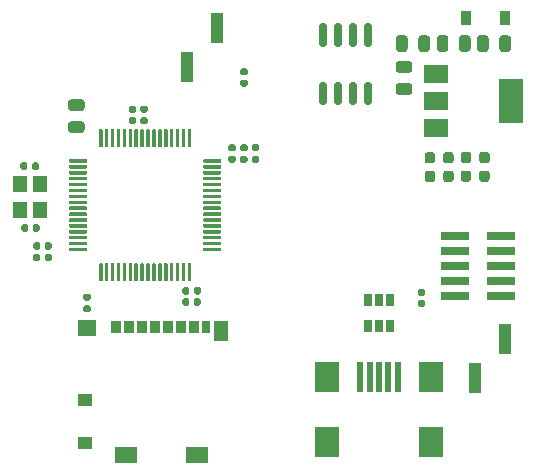
<source format=gbr>
G04 #@! TF.GenerationSoftware,KiCad,Pcbnew,5.1.6*
G04 #@! TF.CreationDate,2020-06-26T20:36:41-07:00*
G04 #@! TF.ProjectId,MegaBote,4d656761-426f-4746-952e-6b696361645f,rev?*
G04 #@! TF.SameCoordinates,Original*
G04 #@! TF.FileFunction,Paste,Top*
G04 #@! TF.FilePolarity,Positive*
%FSLAX46Y46*%
G04 Gerber Fmt 4.6, Leading zero omitted, Abs format (unit mm)*
G04 Created by KiCad (PCBNEW 5.1.6) date 2020-06-26 20:36:41*
%MOMM*%
%LPD*%
G01*
G04 APERTURE LIST*
%ADD10R,0.900000X1.200000*%
%ADD11R,1.200000X1.400000*%
%ADD12R,0.850000X1.100000*%
%ADD13R,0.750000X1.100000*%
%ADD14R,1.170000X1.800000*%
%ADD15R,1.550000X1.350000*%
%ADD16R,1.200000X1.000000*%
%ADD17R,1.900000X1.350000*%
%ADD18R,2.400000X0.740000*%
%ADD19R,2.000000X3.800000*%
%ADD20R,2.000000X1.500000*%
%ADD21R,0.650000X1.060000*%
%ADD22R,2.000000X2.500000*%
%ADD23R,0.500000X2.500000*%
%ADD24R,1.000000X2.510000*%
G04 APERTURE END LIST*
G36*
G01*
X203451400Y-99617850D02*
X203451400Y-98705350D01*
G75*
G02*
X203695150Y-98461600I243750J0D01*
G01*
X204182650Y-98461600D01*
G75*
G02*
X204426400Y-98705350I0J-243750D01*
G01*
X204426400Y-99617850D01*
G75*
G02*
X204182650Y-99861600I-243750J0D01*
G01*
X203695150Y-99861600D01*
G75*
G02*
X203451400Y-99617850I0J243750D01*
G01*
G37*
G36*
G01*
X205326400Y-99617850D02*
X205326400Y-98705350D01*
G75*
G02*
X205570150Y-98461600I243750J0D01*
G01*
X206057650Y-98461600D01*
G75*
G02*
X206301400Y-98705350I0J-243750D01*
G01*
X206301400Y-99617850D01*
G75*
G02*
X206057650Y-99861600I-243750J0D01*
G01*
X205570150Y-99861600D01*
G75*
G02*
X205326400Y-99617850I0J243750D01*
G01*
G37*
G36*
G01*
X190378300Y-108673400D02*
X190723300Y-108673400D01*
G75*
G02*
X190870800Y-108820900I0J-147500D01*
G01*
X190870800Y-109115900D01*
G75*
G02*
X190723300Y-109263400I-147500J0D01*
G01*
X190378300Y-109263400D01*
G75*
G02*
X190230800Y-109115900I0J147500D01*
G01*
X190230800Y-108820900D01*
G75*
G02*
X190378300Y-108673400I147500J0D01*
G01*
G37*
G36*
G01*
X190378300Y-107703400D02*
X190723300Y-107703400D01*
G75*
G02*
X190870800Y-107850900I0J-147500D01*
G01*
X190870800Y-108145900D01*
G75*
G02*
X190723300Y-108293400I-147500J0D01*
G01*
X190378300Y-108293400D01*
G75*
G02*
X190230800Y-108145900I0J147500D01*
G01*
X190230800Y-107850900D01*
G75*
G02*
X190378300Y-107703400I147500J0D01*
G01*
G37*
G36*
G01*
X203658150Y-100657600D02*
X204570650Y-100657600D01*
G75*
G02*
X204814400Y-100901350I0J-243750D01*
G01*
X204814400Y-101388850D01*
G75*
G02*
X204570650Y-101632600I-243750J0D01*
G01*
X203658150Y-101632600D01*
G75*
G02*
X203414400Y-101388850I0J243750D01*
G01*
X203414400Y-100901350D01*
G75*
G02*
X203658150Y-100657600I243750J0D01*
G01*
G37*
G36*
G01*
X203658150Y-102532600D02*
X204570650Y-102532600D01*
G75*
G02*
X204814400Y-102776350I0J-243750D01*
G01*
X204814400Y-103263850D01*
G75*
G02*
X204570650Y-103507600I-243750J0D01*
G01*
X203658150Y-103507600D01*
G75*
G02*
X203414400Y-103263850I0J243750D01*
G01*
X203414400Y-102776350D01*
G75*
G02*
X203658150Y-102532600I243750J0D01*
G01*
G37*
G36*
G01*
X175921350Y-105758400D02*
X176833850Y-105758400D01*
G75*
G02*
X177077600Y-106002150I0J-243750D01*
G01*
X177077600Y-106489650D01*
G75*
G02*
X176833850Y-106733400I-243750J0D01*
G01*
X175921350Y-106733400D01*
G75*
G02*
X175677600Y-106489650I0J243750D01*
G01*
X175677600Y-106002150D01*
G75*
G02*
X175921350Y-105758400I243750J0D01*
G01*
G37*
G36*
G01*
X175921350Y-103883400D02*
X176833850Y-103883400D01*
G75*
G02*
X177077600Y-104127150I0J-243750D01*
G01*
X177077600Y-104614650D01*
G75*
G02*
X176833850Y-104858400I-243750J0D01*
G01*
X175921350Y-104858400D01*
G75*
G02*
X175677600Y-104614650I0J243750D01*
G01*
X175677600Y-104127150D01*
G75*
G02*
X175921350Y-103883400I243750J0D01*
G01*
G37*
G36*
G01*
X177094100Y-120352600D02*
X177439100Y-120352600D01*
G75*
G02*
X177586600Y-120500100I0J-147500D01*
G01*
X177586600Y-120795100D01*
G75*
G02*
X177439100Y-120942600I-147500J0D01*
G01*
X177094100Y-120942600D01*
G75*
G02*
X176946600Y-120795100I0J147500D01*
G01*
X176946600Y-120500100D01*
G75*
G02*
X177094100Y-120352600I147500J0D01*
G01*
G37*
G36*
G01*
X177094100Y-121322600D02*
X177439100Y-121322600D01*
G75*
G02*
X177586600Y-121470100I0J-147500D01*
G01*
X177586600Y-121765100D01*
G75*
G02*
X177439100Y-121912600I-147500J0D01*
G01*
X177094100Y-121912600D01*
G75*
G02*
X176946600Y-121765100I0J147500D01*
G01*
X176946600Y-121470100D01*
G75*
G02*
X177094100Y-121322600I147500J0D01*
G01*
G37*
G36*
G01*
X191368900Y-108673400D02*
X191713900Y-108673400D01*
G75*
G02*
X191861400Y-108820900I0J-147500D01*
G01*
X191861400Y-109115900D01*
G75*
G02*
X191713900Y-109263400I-147500J0D01*
G01*
X191368900Y-109263400D01*
G75*
G02*
X191221400Y-109115900I0J147500D01*
G01*
X191221400Y-108820900D01*
G75*
G02*
X191368900Y-108673400I147500J0D01*
G01*
G37*
G36*
G01*
X191368900Y-107703400D02*
X191713900Y-107703400D01*
G75*
G02*
X191861400Y-107850900I0J-147500D01*
G01*
X191861400Y-108145900D01*
G75*
G02*
X191713900Y-108293400I-147500J0D01*
G01*
X191368900Y-108293400D01*
G75*
G02*
X191221400Y-108145900I0J147500D01*
G01*
X191221400Y-107850900D01*
G75*
G02*
X191368900Y-107703400I147500J0D01*
G01*
G37*
G36*
G01*
X189387700Y-108675801D02*
X189732700Y-108675801D01*
G75*
G02*
X189880200Y-108823301I0J-147500D01*
G01*
X189880200Y-109118301D01*
G75*
G02*
X189732700Y-109265801I-147500J0D01*
G01*
X189387700Y-109265801D01*
G75*
G02*
X189240200Y-109118301I0J147500D01*
G01*
X189240200Y-108823301D01*
G75*
G02*
X189387700Y-108675801I147500J0D01*
G01*
G37*
G36*
G01*
X189387700Y-107705801D02*
X189732700Y-107705801D01*
G75*
G02*
X189880200Y-107853301I0J-147500D01*
G01*
X189880200Y-108148301D01*
G75*
G02*
X189732700Y-108295801I-147500J0D01*
G01*
X189387700Y-108295801D01*
G75*
G02*
X189240200Y-108148301I0J147500D01*
G01*
X189240200Y-107853301D01*
G75*
G02*
X189387700Y-107705801I147500J0D01*
G01*
G37*
G36*
G01*
X173195200Y-109377700D02*
X173195200Y-109722700D01*
G75*
G02*
X173047700Y-109870200I-147500J0D01*
G01*
X172752700Y-109870200D01*
G75*
G02*
X172605200Y-109722700I0J147500D01*
G01*
X172605200Y-109377700D01*
G75*
G02*
X172752700Y-109230200I147500J0D01*
G01*
X173047700Y-109230200D01*
G75*
G02*
X173195200Y-109377700I0J-147500D01*
G01*
G37*
G36*
G01*
X172225200Y-109377700D02*
X172225200Y-109722700D01*
G75*
G02*
X172077700Y-109870200I-147500J0D01*
G01*
X171782700Y-109870200D01*
G75*
G02*
X171635200Y-109722700I0J147500D01*
G01*
X171635200Y-109377700D01*
G75*
G02*
X171782700Y-109230200I147500J0D01*
G01*
X172077700Y-109230200D01*
G75*
G02*
X172225200Y-109377700I0J-147500D01*
G01*
G37*
G36*
G01*
X186911200Y-119918700D02*
X186911200Y-120263700D01*
G75*
G02*
X186763700Y-120411200I-147500J0D01*
G01*
X186468700Y-120411200D01*
G75*
G02*
X186321200Y-120263700I0J147500D01*
G01*
X186321200Y-119918700D01*
G75*
G02*
X186468700Y-119771200I147500J0D01*
G01*
X186763700Y-119771200D01*
G75*
G02*
X186911200Y-119918700I0J-147500D01*
G01*
G37*
G36*
G01*
X185941200Y-119918700D02*
X185941200Y-120263700D01*
G75*
G02*
X185793700Y-120411200I-147500J0D01*
G01*
X185498700Y-120411200D01*
G75*
G02*
X185351200Y-120263700I0J147500D01*
G01*
X185351200Y-119918700D01*
G75*
G02*
X185498700Y-119771200I147500J0D01*
G01*
X185793700Y-119771200D01*
G75*
G02*
X185941200Y-119918700I0J-147500D01*
G01*
G37*
G36*
G01*
X171711400Y-114955100D02*
X171711400Y-114610100D01*
G75*
G02*
X171858900Y-114462600I147500J0D01*
G01*
X172153900Y-114462600D01*
G75*
G02*
X172301400Y-114610100I0J-147500D01*
G01*
X172301400Y-114955100D01*
G75*
G02*
X172153900Y-115102600I-147500J0D01*
G01*
X171858900Y-115102600D01*
G75*
G02*
X171711400Y-114955100I0J147500D01*
G01*
G37*
G36*
G01*
X172681400Y-114955100D02*
X172681400Y-114610100D01*
G75*
G02*
X172828900Y-114462600I147500J0D01*
G01*
X173123900Y-114462600D01*
G75*
G02*
X173271400Y-114610100I0J-147500D01*
G01*
X173271400Y-114955100D01*
G75*
G02*
X173123900Y-115102600I-147500J0D01*
G01*
X172828900Y-115102600D01*
G75*
G02*
X172681400Y-114955100I0J147500D01*
G01*
G37*
G36*
G01*
X205760100Y-121480800D02*
X205415100Y-121480800D01*
G75*
G02*
X205267600Y-121333300I0J147500D01*
G01*
X205267600Y-121038300D01*
G75*
G02*
X205415100Y-120890800I147500J0D01*
G01*
X205760100Y-120890800D01*
G75*
G02*
X205907600Y-121038300I0J-147500D01*
G01*
X205907600Y-121333300D01*
G75*
G02*
X205760100Y-121480800I-147500J0D01*
G01*
G37*
G36*
G01*
X205760100Y-120510800D02*
X205415100Y-120510800D01*
G75*
G02*
X205267600Y-120363300I0J147500D01*
G01*
X205267600Y-120068300D01*
G75*
G02*
X205415100Y-119920800I147500J0D01*
G01*
X205760100Y-119920800D01*
G75*
G02*
X205907600Y-120068300I0J-147500D01*
G01*
X205907600Y-120363300D01*
G75*
G02*
X205760100Y-120510800I-147500J0D01*
G01*
G37*
G36*
G01*
X185941200Y-120883900D02*
X185941200Y-121228900D01*
G75*
G02*
X185793700Y-121376400I-147500J0D01*
G01*
X185498700Y-121376400D01*
G75*
G02*
X185351200Y-121228900I0J147500D01*
G01*
X185351200Y-120883900D01*
G75*
G02*
X185498700Y-120736400I147500J0D01*
G01*
X185793700Y-120736400D01*
G75*
G02*
X185941200Y-120883900I0J-147500D01*
G01*
G37*
G36*
G01*
X186911200Y-120883900D02*
X186911200Y-121228900D01*
G75*
G02*
X186763700Y-121376400I-147500J0D01*
G01*
X186468700Y-121376400D01*
G75*
G02*
X186321200Y-121228900I0J147500D01*
G01*
X186321200Y-120883900D01*
G75*
G02*
X186468700Y-120736400I147500J0D01*
G01*
X186763700Y-120736400D01*
G75*
G02*
X186911200Y-120883900I0J-147500D01*
G01*
G37*
G36*
G01*
X174290000Y-116126100D02*
X174290000Y-116471100D01*
G75*
G02*
X174142500Y-116618600I-147500J0D01*
G01*
X173847500Y-116618600D01*
G75*
G02*
X173700000Y-116471100I0J147500D01*
G01*
X173700000Y-116126100D01*
G75*
G02*
X173847500Y-115978600I147500J0D01*
G01*
X174142500Y-115978600D01*
G75*
G02*
X174290000Y-116126100I0J-147500D01*
G01*
G37*
G36*
G01*
X173320000Y-116126100D02*
X173320000Y-116471100D01*
G75*
G02*
X173172500Y-116618600I-147500J0D01*
G01*
X172877500Y-116618600D01*
G75*
G02*
X172730000Y-116471100I0J147500D01*
G01*
X172730000Y-116126100D01*
G75*
G02*
X172877500Y-115978600I147500J0D01*
G01*
X173172500Y-115978600D01*
G75*
G02*
X173320000Y-116126100I0J-147500D01*
G01*
G37*
G36*
G01*
X173320000Y-117116700D02*
X173320000Y-117461700D01*
G75*
G02*
X173172500Y-117609200I-147500J0D01*
G01*
X172877500Y-117609200D01*
G75*
G02*
X172730000Y-117461700I0J147500D01*
G01*
X172730000Y-117116700D01*
G75*
G02*
X172877500Y-116969200I147500J0D01*
G01*
X173172500Y-116969200D01*
G75*
G02*
X173320000Y-117116700I0J-147500D01*
G01*
G37*
G36*
G01*
X174290000Y-117116700D02*
X174290000Y-117461700D01*
G75*
G02*
X174142500Y-117609200I-147500J0D01*
G01*
X173847500Y-117609200D01*
G75*
G02*
X173700000Y-117461700I0J147500D01*
G01*
X173700000Y-117116700D01*
G75*
G02*
X173847500Y-116969200I147500J0D01*
G01*
X174142500Y-116969200D01*
G75*
G02*
X174290000Y-117116700I0J-147500D01*
G01*
G37*
D10*
X212650000Y-97000000D03*
X209350000Y-97000000D03*
G36*
G01*
X208311200Y-108582750D02*
X208311200Y-109095250D01*
G75*
G02*
X208092450Y-109314000I-218750J0D01*
G01*
X207654950Y-109314000D01*
G75*
G02*
X207436200Y-109095250I0J218750D01*
G01*
X207436200Y-108582750D01*
G75*
G02*
X207654950Y-108364000I218750J0D01*
G01*
X208092450Y-108364000D01*
G75*
G02*
X208311200Y-108582750I0J-218750D01*
G01*
G37*
G36*
G01*
X206736200Y-108582750D02*
X206736200Y-109095250D01*
G75*
G02*
X206517450Y-109314000I-218750J0D01*
G01*
X206079950Y-109314000D01*
G75*
G02*
X205861200Y-109095250I0J218750D01*
G01*
X205861200Y-108582750D01*
G75*
G02*
X206079950Y-108364000I218750J0D01*
G01*
X206517450Y-108364000D01*
G75*
G02*
X206736200Y-108582750I0J-218750D01*
G01*
G37*
G36*
G01*
X206736200Y-110157550D02*
X206736200Y-110670050D01*
G75*
G02*
X206517450Y-110888800I-218750J0D01*
G01*
X206079950Y-110888800D01*
G75*
G02*
X205861200Y-110670050I0J218750D01*
G01*
X205861200Y-110157550D01*
G75*
G02*
X206079950Y-109938800I218750J0D01*
G01*
X206517450Y-109938800D01*
G75*
G02*
X206736200Y-110157550I0J-218750D01*
G01*
G37*
G36*
G01*
X208311200Y-110157550D02*
X208311200Y-110670050D01*
G75*
G02*
X208092450Y-110888800I-218750J0D01*
G01*
X207654950Y-110888800D01*
G75*
G02*
X207436200Y-110670050I0J218750D01*
G01*
X207436200Y-110157550D01*
G75*
G02*
X207654950Y-109938800I218750J0D01*
G01*
X208092450Y-109938800D01*
G75*
G02*
X208311200Y-110157550I0J-218750D01*
G01*
G37*
G36*
G01*
X213159400Y-98705350D02*
X213159400Y-99617850D01*
G75*
G02*
X212915650Y-99861600I-243750J0D01*
G01*
X212428150Y-99861600D01*
G75*
G02*
X212184400Y-99617850I0J243750D01*
G01*
X212184400Y-98705350D01*
G75*
G02*
X212428150Y-98461600I243750J0D01*
G01*
X212915650Y-98461600D01*
G75*
G02*
X213159400Y-98705350I0J-243750D01*
G01*
G37*
G36*
G01*
X211284400Y-98705350D02*
X211284400Y-99617850D01*
G75*
G02*
X211040650Y-99861600I-243750J0D01*
G01*
X210553150Y-99861600D01*
G75*
G02*
X210309400Y-99617850I0J243750D01*
G01*
X210309400Y-98705350D01*
G75*
G02*
X210553150Y-98461600I243750J0D01*
G01*
X211040650Y-98461600D01*
G75*
G02*
X211284400Y-98705350I0J-243750D01*
G01*
G37*
G36*
G01*
X206905800Y-99617850D02*
X206905800Y-98705350D01*
G75*
G02*
X207149550Y-98461600I243750J0D01*
G01*
X207637050Y-98461600D01*
G75*
G02*
X207880800Y-98705350I0J-243750D01*
G01*
X207880800Y-99617850D01*
G75*
G02*
X207637050Y-99861600I-243750J0D01*
G01*
X207149550Y-99861600D01*
G75*
G02*
X206905800Y-99617850I0J243750D01*
G01*
G37*
G36*
G01*
X208780800Y-99617850D02*
X208780800Y-98705350D01*
G75*
G02*
X209024550Y-98461600I243750J0D01*
G01*
X209512050Y-98461600D01*
G75*
G02*
X209755800Y-98705350I0J-243750D01*
G01*
X209755800Y-99617850D01*
G75*
G02*
X209512050Y-99861600I-243750J0D01*
G01*
X209024550Y-99861600D01*
G75*
G02*
X208780800Y-99617850I0J243750D01*
G01*
G37*
D11*
X171590600Y-111066400D03*
X171590600Y-113266400D03*
X173290600Y-113266400D03*
X173290600Y-111066400D03*
D12*
X179724200Y-123150200D03*
D13*
X187374200Y-123150200D03*
D12*
X180824200Y-123150200D03*
X181924200Y-123150200D03*
X183024200Y-123150200D03*
X184124200Y-123150200D03*
X185224200Y-123150200D03*
X186324200Y-123150200D03*
D14*
X188584200Y-123500200D03*
D15*
X177264200Y-123275200D03*
D16*
X177089200Y-133000200D03*
X177089200Y-129300200D03*
D17*
X180589200Y-133975200D03*
X186559200Y-133975200D03*
D18*
X208463600Y-115417600D03*
X212363600Y-115417600D03*
X208463600Y-116687600D03*
X212363600Y-116687600D03*
X208463600Y-117957600D03*
X212363600Y-117957600D03*
X208463600Y-119227600D03*
X212363600Y-119227600D03*
X208463600Y-120497600D03*
X212363600Y-120497600D03*
G36*
G01*
X182280340Y-105029500D02*
X181935340Y-105029500D01*
G75*
G02*
X181787840Y-104882000I0J147500D01*
G01*
X181787840Y-104587000D01*
G75*
G02*
X181935340Y-104439500I147500J0D01*
G01*
X182280340Y-104439500D01*
G75*
G02*
X182427840Y-104587000I0J-147500D01*
G01*
X182427840Y-104882000D01*
G75*
G02*
X182280340Y-105029500I-147500J0D01*
G01*
G37*
G36*
G01*
X182280340Y-105999500D02*
X181935340Y-105999500D01*
G75*
G02*
X181787840Y-105852000I0J147500D01*
G01*
X181787840Y-105557000D01*
G75*
G02*
X181935340Y-105409500I147500J0D01*
G01*
X182280340Y-105409500D01*
G75*
G02*
X182427840Y-105557000I0J-147500D01*
G01*
X182427840Y-105852000D01*
G75*
G02*
X182280340Y-105999500I-147500J0D01*
G01*
G37*
G36*
G01*
X190743620Y-102814340D02*
X190398620Y-102814340D01*
G75*
G02*
X190251120Y-102666840I0J147500D01*
G01*
X190251120Y-102371840D01*
G75*
G02*
X190398620Y-102224340I147500J0D01*
G01*
X190743620Y-102224340D01*
G75*
G02*
X190891120Y-102371840I0J-147500D01*
G01*
X190891120Y-102666840D01*
G75*
G02*
X190743620Y-102814340I-147500J0D01*
G01*
G37*
G36*
G01*
X190743620Y-101844340D02*
X190398620Y-101844340D01*
G75*
G02*
X190251120Y-101696840I0J147500D01*
G01*
X190251120Y-101401840D01*
G75*
G02*
X190398620Y-101254340I147500J0D01*
G01*
X190743620Y-101254340D01*
G75*
G02*
X190891120Y-101401840I0J-147500D01*
G01*
X190891120Y-101696840D01*
G75*
G02*
X190743620Y-101844340I-147500J0D01*
G01*
G37*
G36*
G01*
X208909200Y-109069850D02*
X208909200Y-108557350D01*
G75*
G02*
X209127950Y-108338600I218750J0D01*
G01*
X209565450Y-108338600D01*
G75*
G02*
X209784200Y-108557350I0J-218750D01*
G01*
X209784200Y-109069850D01*
G75*
G02*
X209565450Y-109288600I-218750J0D01*
G01*
X209127950Y-109288600D01*
G75*
G02*
X208909200Y-109069850I0J218750D01*
G01*
G37*
G36*
G01*
X210484200Y-109069850D02*
X210484200Y-108557350D01*
G75*
G02*
X210702950Y-108338600I218750J0D01*
G01*
X211140450Y-108338600D01*
G75*
G02*
X211359200Y-108557350I0J-218750D01*
G01*
X211359200Y-109069850D01*
G75*
G02*
X211140450Y-109288600I-218750J0D01*
G01*
X210702950Y-109288600D01*
G75*
G02*
X210484200Y-109069850I0J218750D01*
G01*
G37*
G36*
G01*
X181289740Y-105999500D02*
X180944740Y-105999500D01*
G75*
G02*
X180797240Y-105852000I0J147500D01*
G01*
X180797240Y-105557000D01*
G75*
G02*
X180944740Y-105409500I147500J0D01*
G01*
X181289740Y-105409500D01*
G75*
G02*
X181437240Y-105557000I0J-147500D01*
G01*
X181437240Y-105852000D01*
G75*
G02*
X181289740Y-105999500I-147500J0D01*
G01*
G37*
G36*
G01*
X181289740Y-105029500D02*
X180944740Y-105029500D01*
G75*
G02*
X180797240Y-104882000I0J147500D01*
G01*
X180797240Y-104587000D01*
G75*
G02*
X180944740Y-104439500I147500J0D01*
G01*
X181289740Y-104439500D01*
G75*
G02*
X181437240Y-104587000I0J-147500D01*
G01*
X181437240Y-104882000D01*
G75*
G02*
X181289740Y-105029500I-147500J0D01*
G01*
G37*
G36*
G01*
X210484200Y-110644650D02*
X210484200Y-110132150D01*
G75*
G02*
X210702950Y-109913400I218750J0D01*
G01*
X211140450Y-109913400D01*
G75*
G02*
X211359200Y-110132150I0J-218750D01*
G01*
X211359200Y-110644650D01*
G75*
G02*
X211140450Y-110863400I-218750J0D01*
G01*
X210702950Y-110863400D01*
G75*
G02*
X210484200Y-110644650I0J218750D01*
G01*
G37*
G36*
G01*
X208909200Y-110644650D02*
X208909200Y-110132150D01*
G75*
G02*
X209127950Y-109913400I218750J0D01*
G01*
X209565450Y-109913400D01*
G75*
G02*
X209784200Y-110132150I0J-218750D01*
G01*
X209784200Y-110644650D01*
G75*
G02*
X209565450Y-110863400I-218750J0D01*
G01*
X209127950Y-110863400D01*
G75*
G02*
X208909200Y-110644650I0J218750D01*
G01*
G37*
G36*
G01*
X197406400Y-104364200D02*
X197106400Y-104364200D01*
G75*
G02*
X196956400Y-104214200I0J150000D01*
G01*
X196956400Y-102564200D01*
G75*
G02*
X197106400Y-102414200I150000J0D01*
G01*
X197406400Y-102414200D01*
G75*
G02*
X197556400Y-102564200I0J-150000D01*
G01*
X197556400Y-104214200D01*
G75*
G02*
X197406400Y-104364200I-150000J0D01*
G01*
G37*
G36*
G01*
X198676400Y-104364200D02*
X198376400Y-104364200D01*
G75*
G02*
X198226400Y-104214200I0J150000D01*
G01*
X198226400Y-102564200D01*
G75*
G02*
X198376400Y-102414200I150000J0D01*
G01*
X198676400Y-102414200D01*
G75*
G02*
X198826400Y-102564200I0J-150000D01*
G01*
X198826400Y-104214200D01*
G75*
G02*
X198676400Y-104364200I-150000J0D01*
G01*
G37*
G36*
G01*
X199946400Y-104364200D02*
X199646400Y-104364200D01*
G75*
G02*
X199496400Y-104214200I0J150000D01*
G01*
X199496400Y-102564200D01*
G75*
G02*
X199646400Y-102414200I150000J0D01*
G01*
X199946400Y-102414200D01*
G75*
G02*
X200096400Y-102564200I0J-150000D01*
G01*
X200096400Y-104214200D01*
G75*
G02*
X199946400Y-104364200I-150000J0D01*
G01*
G37*
G36*
G01*
X201216400Y-104364200D02*
X200916400Y-104364200D01*
G75*
G02*
X200766400Y-104214200I0J150000D01*
G01*
X200766400Y-102564200D01*
G75*
G02*
X200916400Y-102414200I150000J0D01*
G01*
X201216400Y-102414200D01*
G75*
G02*
X201366400Y-102564200I0J-150000D01*
G01*
X201366400Y-104214200D01*
G75*
G02*
X201216400Y-104364200I-150000J0D01*
G01*
G37*
G36*
G01*
X201216400Y-99414200D02*
X200916400Y-99414200D01*
G75*
G02*
X200766400Y-99264200I0J150000D01*
G01*
X200766400Y-97614200D01*
G75*
G02*
X200916400Y-97464200I150000J0D01*
G01*
X201216400Y-97464200D01*
G75*
G02*
X201366400Y-97614200I0J-150000D01*
G01*
X201366400Y-99264200D01*
G75*
G02*
X201216400Y-99414200I-150000J0D01*
G01*
G37*
G36*
G01*
X199946400Y-99414200D02*
X199646400Y-99414200D01*
G75*
G02*
X199496400Y-99264200I0J150000D01*
G01*
X199496400Y-97614200D01*
G75*
G02*
X199646400Y-97464200I150000J0D01*
G01*
X199946400Y-97464200D01*
G75*
G02*
X200096400Y-97614200I0J-150000D01*
G01*
X200096400Y-99264200D01*
G75*
G02*
X199946400Y-99414200I-150000J0D01*
G01*
G37*
G36*
G01*
X198676400Y-99414200D02*
X198376400Y-99414200D01*
G75*
G02*
X198226400Y-99264200I0J150000D01*
G01*
X198226400Y-97614200D01*
G75*
G02*
X198376400Y-97464200I150000J0D01*
G01*
X198676400Y-97464200D01*
G75*
G02*
X198826400Y-97614200I0J-150000D01*
G01*
X198826400Y-99264200D01*
G75*
G02*
X198676400Y-99414200I-150000J0D01*
G01*
G37*
G36*
G01*
X197406400Y-99414200D02*
X197106400Y-99414200D01*
G75*
G02*
X196956400Y-99264200I0J150000D01*
G01*
X196956400Y-97614200D01*
G75*
G02*
X197106400Y-97464200I150000J0D01*
G01*
X197406400Y-97464200D01*
G75*
G02*
X197556400Y-97614200I0J-150000D01*
G01*
X197556400Y-99264200D01*
G75*
G02*
X197406400Y-99414200I-150000J0D01*
G01*
G37*
D19*
X213150000Y-104000000D03*
D20*
X206850000Y-104000000D03*
X206850000Y-106300000D03*
X206850000Y-101700000D03*
D21*
X202950000Y-120900000D03*
X202000000Y-120900000D03*
X201050000Y-120900000D03*
X201050000Y-123100000D03*
X202950000Y-123100000D03*
X202000000Y-123100000D03*
G36*
G01*
X175744200Y-109177200D02*
X175744200Y-109027200D01*
G75*
G02*
X175819200Y-108952200I75000J0D01*
G01*
X177219200Y-108952200D01*
G75*
G02*
X177294200Y-109027200I0J-75000D01*
G01*
X177294200Y-109177200D01*
G75*
G02*
X177219200Y-109252200I-75000J0D01*
G01*
X175819200Y-109252200D01*
G75*
G02*
X175744200Y-109177200I0J75000D01*
G01*
G37*
G36*
G01*
X175744200Y-109677200D02*
X175744200Y-109527200D01*
G75*
G02*
X175819200Y-109452200I75000J0D01*
G01*
X177219200Y-109452200D01*
G75*
G02*
X177294200Y-109527200I0J-75000D01*
G01*
X177294200Y-109677200D01*
G75*
G02*
X177219200Y-109752200I-75000J0D01*
G01*
X175819200Y-109752200D01*
G75*
G02*
X175744200Y-109677200I0J75000D01*
G01*
G37*
G36*
G01*
X175744200Y-110177200D02*
X175744200Y-110027200D01*
G75*
G02*
X175819200Y-109952200I75000J0D01*
G01*
X177219200Y-109952200D01*
G75*
G02*
X177294200Y-110027200I0J-75000D01*
G01*
X177294200Y-110177200D01*
G75*
G02*
X177219200Y-110252200I-75000J0D01*
G01*
X175819200Y-110252200D01*
G75*
G02*
X175744200Y-110177200I0J75000D01*
G01*
G37*
G36*
G01*
X175744200Y-110677200D02*
X175744200Y-110527200D01*
G75*
G02*
X175819200Y-110452200I75000J0D01*
G01*
X177219200Y-110452200D01*
G75*
G02*
X177294200Y-110527200I0J-75000D01*
G01*
X177294200Y-110677200D01*
G75*
G02*
X177219200Y-110752200I-75000J0D01*
G01*
X175819200Y-110752200D01*
G75*
G02*
X175744200Y-110677200I0J75000D01*
G01*
G37*
G36*
G01*
X175744200Y-111177200D02*
X175744200Y-111027200D01*
G75*
G02*
X175819200Y-110952200I75000J0D01*
G01*
X177219200Y-110952200D01*
G75*
G02*
X177294200Y-111027200I0J-75000D01*
G01*
X177294200Y-111177200D01*
G75*
G02*
X177219200Y-111252200I-75000J0D01*
G01*
X175819200Y-111252200D01*
G75*
G02*
X175744200Y-111177200I0J75000D01*
G01*
G37*
G36*
G01*
X175744200Y-111677200D02*
X175744200Y-111527200D01*
G75*
G02*
X175819200Y-111452200I75000J0D01*
G01*
X177219200Y-111452200D01*
G75*
G02*
X177294200Y-111527200I0J-75000D01*
G01*
X177294200Y-111677200D01*
G75*
G02*
X177219200Y-111752200I-75000J0D01*
G01*
X175819200Y-111752200D01*
G75*
G02*
X175744200Y-111677200I0J75000D01*
G01*
G37*
G36*
G01*
X175744200Y-112177200D02*
X175744200Y-112027200D01*
G75*
G02*
X175819200Y-111952200I75000J0D01*
G01*
X177219200Y-111952200D01*
G75*
G02*
X177294200Y-112027200I0J-75000D01*
G01*
X177294200Y-112177200D01*
G75*
G02*
X177219200Y-112252200I-75000J0D01*
G01*
X175819200Y-112252200D01*
G75*
G02*
X175744200Y-112177200I0J75000D01*
G01*
G37*
G36*
G01*
X175744200Y-112677200D02*
X175744200Y-112527200D01*
G75*
G02*
X175819200Y-112452200I75000J0D01*
G01*
X177219200Y-112452200D01*
G75*
G02*
X177294200Y-112527200I0J-75000D01*
G01*
X177294200Y-112677200D01*
G75*
G02*
X177219200Y-112752200I-75000J0D01*
G01*
X175819200Y-112752200D01*
G75*
G02*
X175744200Y-112677200I0J75000D01*
G01*
G37*
G36*
G01*
X175744200Y-113177200D02*
X175744200Y-113027200D01*
G75*
G02*
X175819200Y-112952200I75000J0D01*
G01*
X177219200Y-112952200D01*
G75*
G02*
X177294200Y-113027200I0J-75000D01*
G01*
X177294200Y-113177200D01*
G75*
G02*
X177219200Y-113252200I-75000J0D01*
G01*
X175819200Y-113252200D01*
G75*
G02*
X175744200Y-113177200I0J75000D01*
G01*
G37*
G36*
G01*
X175744200Y-113677200D02*
X175744200Y-113527200D01*
G75*
G02*
X175819200Y-113452200I75000J0D01*
G01*
X177219200Y-113452200D01*
G75*
G02*
X177294200Y-113527200I0J-75000D01*
G01*
X177294200Y-113677200D01*
G75*
G02*
X177219200Y-113752200I-75000J0D01*
G01*
X175819200Y-113752200D01*
G75*
G02*
X175744200Y-113677200I0J75000D01*
G01*
G37*
G36*
G01*
X175744200Y-114177200D02*
X175744200Y-114027200D01*
G75*
G02*
X175819200Y-113952200I75000J0D01*
G01*
X177219200Y-113952200D01*
G75*
G02*
X177294200Y-114027200I0J-75000D01*
G01*
X177294200Y-114177200D01*
G75*
G02*
X177219200Y-114252200I-75000J0D01*
G01*
X175819200Y-114252200D01*
G75*
G02*
X175744200Y-114177200I0J75000D01*
G01*
G37*
G36*
G01*
X175744200Y-114677200D02*
X175744200Y-114527200D01*
G75*
G02*
X175819200Y-114452200I75000J0D01*
G01*
X177219200Y-114452200D01*
G75*
G02*
X177294200Y-114527200I0J-75000D01*
G01*
X177294200Y-114677200D01*
G75*
G02*
X177219200Y-114752200I-75000J0D01*
G01*
X175819200Y-114752200D01*
G75*
G02*
X175744200Y-114677200I0J75000D01*
G01*
G37*
G36*
G01*
X175744200Y-115177200D02*
X175744200Y-115027200D01*
G75*
G02*
X175819200Y-114952200I75000J0D01*
G01*
X177219200Y-114952200D01*
G75*
G02*
X177294200Y-115027200I0J-75000D01*
G01*
X177294200Y-115177200D01*
G75*
G02*
X177219200Y-115252200I-75000J0D01*
G01*
X175819200Y-115252200D01*
G75*
G02*
X175744200Y-115177200I0J75000D01*
G01*
G37*
G36*
G01*
X175744200Y-115677200D02*
X175744200Y-115527200D01*
G75*
G02*
X175819200Y-115452200I75000J0D01*
G01*
X177219200Y-115452200D01*
G75*
G02*
X177294200Y-115527200I0J-75000D01*
G01*
X177294200Y-115677200D01*
G75*
G02*
X177219200Y-115752200I-75000J0D01*
G01*
X175819200Y-115752200D01*
G75*
G02*
X175744200Y-115677200I0J75000D01*
G01*
G37*
G36*
G01*
X175744200Y-116177200D02*
X175744200Y-116027200D01*
G75*
G02*
X175819200Y-115952200I75000J0D01*
G01*
X177219200Y-115952200D01*
G75*
G02*
X177294200Y-116027200I0J-75000D01*
G01*
X177294200Y-116177200D01*
G75*
G02*
X177219200Y-116252200I-75000J0D01*
G01*
X175819200Y-116252200D01*
G75*
G02*
X175744200Y-116177200I0J75000D01*
G01*
G37*
G36*
G01*
X175744200Y-116677200D02*
X175744200Y-116527200D01*
G75*
G02*
X175819200Y-116452200I75000J0D01*
G01*
X177219200Y-116452200D01*
G75*
G02*
X177294200Y-116527200I0J-75000D01*
G01*
X177294200Y-116677200D01*
G75*
G02*
X177219200Y-116752200I-75000J0D01*
G01*
X175819200Y-116752200D01*
G75*
G02*
X175744200Y-116677200I0J75000D01*
G01*
G37*
G36*
G01*
X178294200Y-119227200D02*
X178294200Y-117827200D01*
G75*
G02*
X178369200Y-117752200I75000J0D01*
G01*
X178519200Y-117752200D01*
G75*
G02*
X178594200Y-117827200I0J-75000D01*
G01*
X178594200Y-119227200D01*
G75*
G02*
X178519200Y-119302200I-75000J0D01*
G01*
X178369200Y-119302200D01*
G75*
G02*
X178294200Y-119227200I0J75000D01*
G01*
G37*
G36*
G01*
X178794200Y-119227200D02*
X178794200Y-117827200D01*
G75*
G02*
X178869200Y-117752200I75000J0D01*
G01*
X179019200Y-117752200D01*
G75*
G02*
X179094200Y-117827200I0J-75000D01*
G01*
X179094200Y-119227200D01*
G75*
G02*
X179019200Y-119302200I-75000J0D01*
G01*
X178869200Y-119302200D01*
G75*
G02*
X178794200Y-119227200I0J75000D01*
G01*
G37*
G36*
G01*
X179294200Y-119227200D02*
X179294200Y-117827200D01*
G75*
G02*
X179369200Y-117752200I75000J0D01*
G01*
X179519200Y-117752200D01*
G75*
G02*
X179594200Y-117827200I0J-75000D01*
G01*
X179594200Y-119227200D01*
G75*
G02*
X179519200Y-119302200I-75000J0D01*
G01*
X179369200Y-119302200D01*
G75*
G02*
X179294200Y-119227200I0J75000D01*
G01*
G37*
G36*
G01*
X179794200Y-119227200D02*
X179794200Y-117827200D01*
G75*
G02*
X179869200Y-117752200I75000J0D01*
G01*
X180019200Y-117752200D01*
G75*
G02*
X180094200Y-117827200I0J-75000D01*
G01*
X180094200Y-119227200D01*
G75*
G02*
X180019200Y-119302200I-75000J0D01*
G01*
X179869200Y-119302200D01*
G75*
G02*
X179794200Y-119227200I0J75000D01*
G01*
G37*
G36*
G01*
X180294200Y-119227200D02*
X180294200Y-117827200D01*
G75*
G02*
X180369200Y-117752200I75000J0D01*
G01*
X180519200Y-117752200D01*
G75*
G02*
X180594200Y-117827200I0J-75000D01*
G01*
X180594200Y-119227200D01*
G75*
G02*
X180519200Y-119302200I-75000J0D01*
G01*
X180369200Y-119302200D01*
G75*
G02*
X180294200Y-119227200I0J75000D01*
G01*
G37*
G36*
G01*
X180794200Y-119227200D02*
X180794200Y-117827200D01*
G75*
G02*
X180869200Y-117752200I75000J0D01*
G01*
X181019200Y-117752200D01*
G75*
G02*
X181094200Y-117827200I0J-75000D01*
G01*
X181094200Y-119227200D01*
G75*
G02*
X181019200Y-119302200I-75000J0D01*
G01*
X180869200Y-119302200D01*
G75*
G02*
X180794200Y-119227200I0J75000D01*
G01*
G37*
G36*
G01*
X181294200Y-119227200D02*
X181294200Y-117827200D01*
G75*
G02*
X181369200Y-117752200I75000J0D01*
G01*
X181519200Y-117752200D01*
G75*
G02*
X181594200Y-117827200I0J-75000D01*
G01*
X181594200Y-119227200D01*
G75*
G02*
X181519200Y-119302200I-75000J0D01*
G01*
X181369200Y-119302200D01*
G75*
G02*
X181294200Y-119227200I0J75000D01*
G01*
G37*
G36*
G01*
X181794200Y-119227200D02*
X181794200Y-117827200D01*
G75*
G02*
X181869200Y-117752200I75000J0D01*
G01*
X182019200Y-117752200D01*
G75*
G02*
X182094200Y-117827200I0J-75000D01*
G01*
X182094200Y-119227200D01*
G75*
G02*
X182019200Y-119302200I-75000J0D01*
G01*
X181869200Y-119302200D01*
G75*
G02*
X181794200Y-119227200I0J75000D01*
G01*
G37*
G36*
G01*
X182294200Y-119227200D02*
X182294200Y-117827200D01*
G75*
G02*
X182369200Y-117752200I75000J0D01*
G01*
X182519200Y-117752200D01*
G75*
G02*
X182594200Y-117827200I0J-75000D01*
G01*
X182594200Y-119227200D01*
G75*
G02*
X182519200Y-119302200I-75000J0D01*
G01*
X182369200Y-119302200D01*
G75*
G02*
X182294200Y-119227200I0J75000D01*
G01*
G37*
G36*
G01*
X182794200Y-119227200D02*
X182794200Y-117827200D01*
G75*
G02*
X182869200Y-117752200I75000J0D01*
G01*
X183019200Y-117752200D01*
G75*
G02*
X183094200Y-117827200I0J-75000D01*
G01*
X183094200Y-119227200D01*
G75*
G02*
X183019200Y-119302200I-75000J0D01*
G01*
X182869200Y-119302200D01*
G75*
G02*
X182794200Y-119227200I0J75000D01*
G01*
G37*
G36*
G01*
X183294200Y-119227200D02*
X183294200Y-117827200D01*
G75*
G02*
X183369200Y-117752200I75000J0D01*
G01*
X183519200Y-117752200D01*
G75*
G02*
X183594200Y-117827200I0J-75000D01*
G01*
X183594200Y-119227200D01*
G75*
G02*
X183519200Y-119302200I-75000J0D01*
G01*
X183369200Y-119302200D01*
G75*
G02*
X183294200Y-119227200I0J75000D01*
G01*
G37*
G36*
G01*
X183794200Y-119227200D02*
X183794200Y-117827200D01*
G75*
G02*
X183869200Y-117752200I75000J0D01*
G01*
X184019200Y-117752200D01*
G75*
G02*
X184094200Y-117827200I0J-75000D01*
G01*
X184094200Y-119227200D01*
G75*
G02*
X184019200Y-119302200I-75000J0D01*
G01*
X183869200Y-119302200D01*
G75*
G02*
X183794200Y-119227200I0J75000D01*
G01*
G37*
G36*
G01*
X184294200Y-119227200D02*
X184294200Y-117827200D01*
G75*
G02*
X184369200Y-117752200I75000J0D01*
G01*
X184519200Y-117752200D01*
G75*
G02*
X184594200Y-117827200I0J-75000D01*
G01*
X184594200Y-119227200D01*
G75*
G02*
X184519200Y-119302200I-75000J0D01*
G01*
X184369200Y-119302200D01*
G75*
G02*
X184294200Y-119227200I0J75000D01*
G01*
G37*
G36*
G01*
X184794200Y-119227200D02*
X184794200Y-117827200D01*
G75*
G02*
X184869200Y-117752200I75000J0D01*
G01*
X185019200Y-117752200D01*
G75*
G02*
X185094200Y-117827200I0J-75000D01*
G01*
X185094200Y-119227200D01*
G75*
G02*
X185019200Y-119302200I-75000J0D01*
G01*
X184869200Y-119302200D01*
G75*
G02*
X184794200Y-119227200I0J75000D01*
G01*
G37*
G36*
G01*
X185294200Y-119227200D02*
X185294200Y-117827200D01*
G75*
G02*
X185369200Y-117752200I75000J0D01*
G01*
X185519200Y-117752200D01*
G75*
G02*
X185594200Y-117827200I0J-75000D01*
G01*
X185594200Y-119227200D01*
G75*
G02*
X185519200Y-119302200I-75000J0D01*
G01*
X185369200Y-119302200D01*
G75*
G02*
X185294200Y-119227200I0J75000D01*
G01*
G37*
G36*
G01*
X185794200Y-119227200D02*
X185794200Y-117827200D01*
G75*
G02*
X185869200Y-117752200I75000J0D01*
G01*
X186019200Y-117752200D01*
G75*
G02*
X186094200Y-117827200I0J-75000D01*
G01*
X186094200Y-119227200D01*
G75*
G02*
X186019200Y-119302200I-75000J0D01*
G01*
X185869200Y-119302200D01*
G75*
G02*
X185794200Y-119227200I0J75000D01*
G01*
G37*
G36*
G01*
X187094200Y-116677200D02*
X187094200Y-116527200D01*
G75*
G02*
X187169200Y-116452200I75000J0D01*
G01*
X188569200Y-116452200D01*
G75*
G02*
X188644200Y-116527200I0J-75000D01*
G01*
X188644200Y-116677200D01*
G75*
G02*
X188569200Y-116752200I-75000J0D01*
G01*
X187169200Y-116752200D01*
G75*
G02*
X187094200Y-116677200I0J75000D01*
G01*
G37*
G36*
G01*
X187094200Y-116177200D02*
X187094200Y-116027200D01*
G75*
G02*
X187169200Y-115952200I75000J0D01*
G01*
X188569200Y-115952200D01*
G75*
G02*
X188644200Y-116027200I0J-75000D01*
G01*
X188644200Y-116177200D01*
G75*
G02*
X188569200Y-116252200I-75000J0D01*
G01*
X187169200Y-116252200D01*
G75*
G02*
X187094200Y-116177200I0J75000D01*
G01*
G37*
G36*
G01*
X187094200Y-115677200D02*
X187094200Y-115527200D01*
G75*
G02*
X187169200Y-115452200I75000J0D01*
G01*
X188569200Y-115452200D01*
G75*
G02*
X188644200Y-115527200I0J-75000D01*
G01*
X188644200Y-115677200D01*
G75*
G02*
X188569200Y-115752200I-75000J0D01*
G01*
X187169200Y-115752200D01*
G75*
G02*
X187094200Y-115677200I0J75000D01*
G01*
G37*
G36*
G01*
X187094200Y-115177200D02*
X187094200Y-115027200D01*
G75*
G02*
X187169200Y-114952200I75000J0D01*
G01*
X188569200Y-114952200D01*
G75*
G02*
X188644200Y-115027200I0J-75000D01*
G01*
X188644200Y-115177200D01*
G75*
G02*
X188569200Y-115252200I-75000J0D01*
G01*
X187169200Y-115252200D01*
G75*
G02*
X187094200Y-115177200I0J75000D01*
G01*
G37*
G36*
G01*
X187094200Y-114677200D02*
X187094200Y-114527200D01*
G75*
G02*
X187169200Y-114452200I75000J0D01*
G01*
X188569200Y-114452200D01*
G75*
G02*
X188644200Y-114527200I0J-75000D01*
G01*
X188644200Y-114677200D01*
G75*
G02*
X188569200Y-114752200I-75000J0D01*
G01*
X187169200Y-114752200D01*
G75*
G02*
X187094200Y-114677200I0J75000D01*
G01*
G37*
G36*
G01*
X187094200Y-114177200D02*
X187094200Y-114027200D01*
G75*
G02*
X187169200Y-113952200I75000J0D01*
G01*
X188569200Y-113952200D01*
G75*
G02*
X188644200Y-114027200I0J-75000D01*
G01*
X188644200Y-114177200D01*
G75*
G02*
X188569200Y-114252200I-75000J0D01*
G01*
X187169200Y-114252200D01*
G75*
G02*
X187094200Y-114177200I0J75000D01*
G01*
G37*
G36*
G01*
X187094200Y-113677200D02*
X187094200Y-113527200D01*
G75*
G02*
X187169200Y-113452200I75000J0D01*
G01*
X188569200Y-113452200D01*
G75*
G02*
X188644200Y-113527200I0J-75000D01*
G01*
X188644200Y-113677200D01*
G75*
G02*
X188569200Y-113752200I-75000J0D01*
G01*
X187169200Y-113752200D01*
G75*
G02*
X187094200Y-113677200I0J75000D01*
G01*
G37*
G36*
G01*
X187094200Y-113177200D02*
X187094200Y-113027200D01*
G75*
G02*
X187169200Y-112952200I75000J0D01*
G01*
X188569200Y-112952200D01*
G75*
G02*
X188644200Y-113027200I0J-75000D01*
G01*
X188644200Y-113177200D01*
G75*
G02*
X188569200Y-113252200I-75000J0D01*
G01*
X187169200Y-113252200D01*
G75*
G02*
X187094200Y-113177200I0J75000D01*
G01*
G37*
G36*
G01*
X187094200Y-112677200D02*
X187094200Y-112527200D01*
G75*
G02*
X187169200Y-112452200I75000J0D01*
G01*
X188569200Y-112452200D01*
G75*
G02*
X188644200Y-112527200I0J-75000D01*
G01*
X188644200Y-112677200D01*
G75*
G02*
X188569200Y-112752200I-75000J0D01*
G01*
X187169200Y-112752200D01*
G75*
G02*
X187094200Y-112677200I0J75000D01*
G01*
G37*
G36*
G01*
X187094200Y-112177200D02*
X187094200Y-112027200D01*
G75*
G02*
X187169200Y-111952200I75000J0D01*
G01*
X188569200Y-111952200D01*
G75*
G02*
X188644200Y-112027200I0J-75000D01*
G01*
X188644200Y-112177200D01*
G75*
G02*
X188569200Y-112252200I-75000J0D01*
G01*
X187169200Y-112252200D01*
G75*
G02*
X187094200Y-112177200I0J75000D01*
G01*
G37*
G36*
G01*
X187094200Y-111677200D02*
X187094200Y-111527200D01*
G75*
G02*
X187169200Y-111452200I75000J0D01*
G01*
X188569200Y-111452200D01*
G75*
G02*
X188644200Y-111527200I0J-75000D01*
G01*
X188644200Y-111677200D01*
G75*
G02*
X188569200Y-111752200I-75000J0D01*
G01*
X187169200Y-111752200D01*
G75*
G02*
X187094200Y-111677200I0J75000D01*
G01*
G37*
G36*
G01*
X187094200Y-111177200D02*
X187094200Y-111027200D01*
G75*
G02*
X187169200Y-110952200I75000J0D01*
G01*
X188569200Y-110952200D01*
G75*
G02*
X188644200Y-111027200I0J-75000D01*
G01*
X188644200Y-111177200D01*
G75*
G02*
X188569200Y-111252200I-75000J0D01*
G01*
X187169200Y-111252200D01*
G75*
G02*
X187094200Y-111177200I0J75000D01*
G01*
G37*
G36*
G01*
X187094200Y-110677200D02*
X187094200Y-110527200D01*
G75*
G02*
X187169200Y-110452200I75000J0D01*
G01*
X188569200Y-110452200D01*
G75*
G02*
X188644200Y-110527200I0J-75000D01*
G01*
X188644200Y-110677200D01*
G75*
G02*
X188569200Y-110752200I-75000J0D01*
G01*
X187169200Y-110752200D01*
G75*
G02*
X187094200Y-110677200I0J75000D01*
G01*
G37*
G36*
G01*
X187094200Y-110177200D02*
X187094200Y-110027200D01*
G75*
G02*
X187169200Y-109952200I75000J0D01*
G01*
X188569200Y-109952200D01*
G75*
G02*
X188644200Y-110027200I0J-75000D01*
G01*
X188644200Y-110177200D01*
G75*
G02*
X188569200Y-110252200I-75000J0D01*
G01*
X187169200Y-110252200D01*
G75*
G02*
X187094200Y-110177200I0J75000D01*
G01*
G37*
G36*
G01*
X187094200Y-109677200D02*
X187094200Y-109527200D01*
G75*
G02*
X187169200Y-109452200I75000J0D01*
G01*
X188569200Y-109452200D01*
G75*
G02*
X188644200Y-109527200I0J-75000D01*
G01*
X188644200Y-109677200D01*
G75*
G02*
X188569200Y-109752200I-75000J0D01*
G01*
X187169200Y-109752200D01*
G75*
G02*
X187094200Y-109677200I0J75000D01*
G01*
G37*
G36*
G01*
X187094200Y-109177200D02*
X187094200Y-109027200D01*
G75*
G02*
X187169200Y-108952200I75000J0D01*
G01*
X188569200Y-108952200D01*
G75*
G02*
X188644200Y-109027200I0J-75000D01*
G01*
X188644200Y-109177200D01*
G75*
G02*
X188569200Y-109252200I-75000J0D01*
G01*
X187169200Y-109252200D01*
G75*
G02*
X187094200Y-109177200I0J75000D01*
G01*
G37*
G36*
G01*
X185794200Y-107877200D02*
X185794200Y-106477200D01*
G75*
G02*
X185869200Y-106402200I75000J0D01*
G01*
X186019200Y-106402200D01*
G75*
G02*
X186094200Y-106477200I0J-75000D01*
G01*
X186094200Y-107877200D01*
G75*
G02*
X186019200Y-107952200I-75000J0D01*
G01*
X185869200Y-107952200D01*
G75*
G02*
X185794200Y-107877200I0J75000D01*
G01*
G37*
G36*
G01*
X185294200Y-107877200D02*
X185294200Y-106477200D01*
G75*
G02*
X185369200Y-106402200I75000J0D01*
G01*
X185519200Y-106402200D01*
G75*
G02*
X185594200Y-106477200I0J-75000D01*
G01*
X185594200Y-107877200D01*
G75*
G02*
X185519200Y-107952200I-75000J0D01*
G01*
X185369200Y-107952200D01*
G75*
G02*
X185294200Y-107877200I0J75000D01*
G01*
G37*
G36*
G01*
X184794200Y-107877200D02*
X184794200Y-106477200D01*
G75*
G02*
X184869200Y-106402200I75000J0D01*
G01*
X185019200Y-106402200D01*
G75*
G02*
X185094200Y-106477200I0J-75000D01*
G01*
X185094200Y-107877200D01*
G75*
G02*
X185019200Y-107952200I-75000J0D01*
G01*
X184869200Y-107952200D01*
G75*
G02*
X184794200Y-107877200I0J75000D01*
G01*
G37*
G36*
G01*
X184294200Y-107877200D02*
X184294200Y-106477200D01*
G75*
G02*
X184369200Y-106402200I75000J0D01*
G01*
X184519200Y-106402200D01*
G75*
G02*
X184594200Y-106477200I0J-75000D01*
G01*
X184594200Y-107877200D01*
G75*
G02*
X184519200Y-107952200I-75000J0D01*
G01*
X184369200Y-107952200D01*
G75*
G02*
X184294200Y-107877200I0J75000D01*
G01*
G37*
G36*
G01*
X183794200Y-107877200D02*
X183794200Y-106477200D01*
G75*
G02*
X183869200Y-106402200I75000J0D01*
G01*
X184019200Y-106402200D01*
G75*
G02*
X184094200Y-106477200I0J-75000D01*
G01*
X184094200Y-107877200D01*
G75*
G02*
X184019200Y-107952200I-75000J0D01*
G01*
X183869200Y-107952200D01*
G75*
G02*
X183794200Y-107877200I0J75000D01*
G01*
G37*
G36*
G01*
X183294200Y-107877200D02*
X183294200Y-106477200D01*
G75*
G02*
X183369200Y-106402200I75000J0D01*
G01*
X183519200Y-106402200D01*
G75*
G02*
X183594200Y-106477200I0J-75000D01*
G01*
X183594200Y-107877200D01*
G75*
G02*
X183519200Y-107952200I-75000J0D01*
G01*
X183369200Y-107952200D01*
G75*
G02*
X183294200Y-107877200I0J75000D01*
G01*
G37*
G36*
G01*
X182794200Y-107877200D02*
X182794200Y-106477200D01*
G75*
G02*
X182869200Y-106402200I75000J0D01*
G01*
X183019200Y-106402200D01*
G75*
G02*
X183094200Y-106477200I0J-75000D01*
G01*
X183094200Y-107877200D01*
G75*
G02*
X183019200Y-107952200I-75000J0D01*
G01*
X182869200Y-107952200D01*
G75*
G02*
X182794200Y-107877200I0J75000D01*
G01*
G37*
G36*
G01*
X182294200Y-107877200D02*
X182294200Y-106477200D01*
G75*
G02*
X182369200Y-106402200I75000J0D01*
G01*
X182519200Y-106402200D01*
G75*
G02*
X182594200Y-106477200I0J-75000D01*
G01*
X182594200Y-107877200D01*
G75*
G02*
X182519200Y-107952200I-75000J0D01*
G01*
X182369200Y-107952200D01*
G75*
G02*
X182294200Y-107877200I0J75000D01*
G01*
G37*
G36*
G01*
X181794200Y-107877200D02*
X181794200Y-106477200D01*
G75*
G02*
X181869200Y-106402200I75000J0D01*
G01*
X182019200Y-106402200D01*
G75*
G02*
X182094200Y-106477200I0J-75000D01*
G01*
X182094200Y-107877200D01*
G75*
G02*
X182019200Y-107952200I-75000J0D01*
G01*
X181869200Y-107952200D01*
G75*
G02*
X181794200Y-107877200I0J75000D01*
G01*
G37*
G36*
G01*
X181294200Y-107877200D02*
X181294200Y-106477200D01*
G75*
G02*
X181369200Y-106402200I75000J0D01*
G01*
X181519200Y-106402200D01*
G75*
G02*
X181594200Y-106477200I0J-75000D01*
G01*
X181594200Y-107877200D01*
G75*
G02*
X181519200Y-107952200I-75000J0D01*
G01*
X181369200Y-107952200D01*
G75*
G02*
X181294200Y-107877200I0J75000D01*
G01*
G37*
G36*
G01*
X180794200Y-107877200D02*
X180794200Y-106477200D01*
G75*
G02*
X180869200Y-106402200I75000J0D01*
G01*
X181019200Y-106402200D01*
G75*
G02*
X181094200Y-106477200I0J-75000D01*
G01*
X181094200Y-107877200D01*
G75*
G02*
X181019200Y-107952200I-75000J0D01*
G01*
X180869200Y-107952200D01*
G75*
G02*
X180794200Y-107877200I0J75000D01*
G01*
G37*
G36*
G01*
X180294200Y-107877200D02*
X180294200Y-106477200D01*
G75*
G02*
X180369200Y-106402200I75000J0D01*
G01*
X180519200Y-106402200D01*
G75*
G02*
X180594200Y-106477200I0J-75000D01*
G01*
X180594200Y-107877200D01*
G75*
G02*
X180519200Y-107952200I-75000J0D01*
G01*
X180369200Y-107952200D01*
G75*
G02*
X180294200Y-107877200I0J75000D01*
G01*
G37*
G36*
G01*
X179794200Y-107877200D02*
X179794200Y-106477200D01*
G75*
G02*
X179869200Y-106402200I75000J0D01*
G01*
X180019200Y-106402200D01*
G75*
G02*
X180094200Y-106477200I0J-75000D01*
G01*
X180094200Y-107877200D01*
G75*
G02*
X180019200Y-107952200I-75000J0D01*
G01*
X179869200Y-107952200D01*
G75*
G02*
X179794200Y-107877200I0J75000D01*
G01*
G37*
G36*
G01*
X179294200Y-107877200D02*
X179294200Y-106477200D01*
G75*
G02*
X179369200Y-106402200I75000J0D01*
G01*
X179519200Y-106402200D01*
G75*
G02*
X179594200Y-106477200I0J-75000D01*
G01*
X179594200Y-107877200D01*
G75*
G02*
X179519200Y-107952200I-75000J0D01*
G01*
X179369200Y-107952200D01*
G75*
G02*
X179294200Y-107877200I0J75000D01*
G01*
G37*
G36*
G01*
X178794200Y-107877200D02*
X178794200Y-106477200D01*
G75*
G02*
X178869200Y-106402200I75000J0D01*
G01*
X179019200Y-106402200D01*
G75*
G02*
X179094200Y-106477200I0J-75000D01*
G01*
X179094200Y-107877200D01*
G75*
G02*
X179019200Y-107952200I-75000J0D01*
G01*
X178869200Y-107952200D01*
G75*
G02*
X178794200Y-107877200I0J75000D01*
G01*
G37*
G36*
G01*
X178294200Y-107877200D02*
X178294200Y-106477200D01*
G75*
G02*
X178369200Y-106402200I75000J0D01*
G01*
X178519200Y-106402200D01*
G75*
G02*
X178594200Y-106477200I0J-75000D01*
G01*
X178594200Y-107877200D01*
G75*
G02*
X178519200Y-107952200I-75000J0D01*
G01*
X178369200Y-107952200D01*
G75*
G02*
X178294200Y-107877200I0J75000D01*
G01*
G37*
D22*
X197600000Y-132900000D03*
X206400000Y-132900000D03*
X197600000Y-127400000D03*
X206400000Y-127400000D03*
D23*
X200400000Y-127400000D03*
X201200000Y-127400000D03*
X202000000Y-127400000D03*
X202800000Y-127400000D03*
X203600000Y-127400000D03*
D24*
X210159600Y-127512000D03*
X212699600Y-124202000D03*
X188249560Y-97857120D03*
X185709560Y-101167120D03*
M02*

</source>
